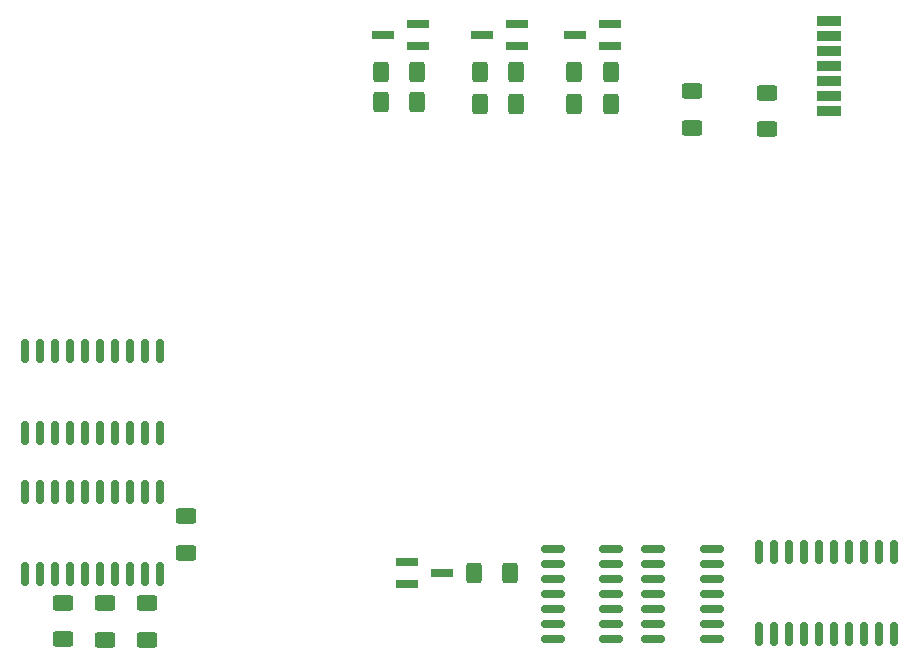
<source format=gbr>
%TF.GenerationSoftware,KiCad,Pcbnew,(6.0.5)*%
%TF.CreationDate,2023-01-02T12:33:01-06:00*%
%TF.ProjectId,ISA rev6,49534120-7265-4763-962e-6b696361645f,rev?*%
%TF.SameCoordinates,Original*%
%TF.FileFunction,Paste,Top*%
%TF.FilePolarity,Positive*%
%FSLAX46Y46*%
G04 Gerber Fmt 4.6, Leading zero omitted, Abs format (unit mm)*
G04 Created by KiCad (PCBNEW (6.0.5)) date 2023-01-02 12:33:01*
%MOMM*%
%LPD*%
G01*
G04 APERTURE LIST*
G04 Aperture macros list*
%AMRoundRect*
0 Rectangle with rounded corners*
0 $1 Rounding radius*
0 $2 $3 $4 $5 $6 $7 $8 $9 X,Y pos of 4 corners*
0 Add a 4 corners polygon primitive as box body*
4,1,4,$2,$3,$4,$5,$6,$7,$8,$9,$2,$3,0*
0 Add four circle primitives for the rounded corners*
1,1,$1+$1,$2,$3*
1,1,$1+$1,$4,$5*
1,1,$1+$1,$6,$7*
1,1,$1+$1,$8,$9*
0 Add four rect primitives between the rounded corners*
20,1,$1+$1,$2,$3,$4,$5,0*
20,1,$1+$1,$4,$5,$6,$7,0*
20,1,$1+$1,$6,$7,$8,$9,0*
20,1,$1+$1,$8,$9,$2,$3,0*%
G04 Aperture macros list end*
%ADD10RoundRect,0.150000X0.150000X-0.837500X0.150000X0.837500X-0.150000X0.837500X-0.150000X-0.837500X0*%
%ADD11R,1.900000X0.800000*%
%ADD12RoundRect,0.250000X-0.400000X-0.625000X0.400000X-0.625000X0.400000X0.625000X-0.400000X0.625000X0*%
%ADD13RoundRect,0.250000X-0.625000X0.400000X-0.625000X-0.400000X0.625000X-0.400000X0.625000X0.400000X0*%
%ADD14R,2.000000X0.900000*%
%ADD15RoundRect,0.250000X0.400000X0.625000X-0.400000X0.625000X-0.400000X-0.625000X0.400000X-0.625000X0*%
%ADD16RoundRect,0.150000X0.825000X0.150000X-0.825000X0.150000X-0.825000X-0.150000X0.825000X-0.150000X0*%
G04 APERTURE END LIST*
D10*
%TO.C,U4*%
X102992000Y-102395500D03*
X104262000Y-102395500D03*
X105532000Y-102395500D03*
X106802000Y-102395500D03*
X108072000Y-102395500D03*
X109342000Y-102395500D03*
X110612000Y-102395500D03*
X111882000Y-102395500D03*
X113152000Y-102395500D03*
X114422000Y-102395500D03*
X114422000Y-95470500D03*
X113152000Y-95470500D03*
X111882000Y-95470500D03*
X110612000Y-95470500D03*
X109342000Y-95470500D03*
X108072000Y-95470500D03*
X106802000Y-95470500D03*
X105532000Y-95470500D03*
X104262000Y-95470500D03*
X102992000Y-95470500D03*
%TD*%
D11*
%TO.C,D3*%
X136247000Y-69657000D03*
X136247000Y-67757000D03*
X133247000Y-68707000D03*
%TD*%
D12*
%TO.C,R13*%
X133070000Y-71882000D03*
X136170000Y-71882000D03*
%TD*%
D13*
%TO.C,R6*%
X113279000Y-116814000D03*
X113279000Y-119914000D03*
%TD*%
%TO.C,R5*%
X116581000Y-109448000D03*
X116581000Y-112548000D03*
%TD*%
%TO.C,R4*%
X165765978Y-73608000D03*
X165765978Y-76708000D03*
%TD*%
D11*
%TO.C,D6*%
X138279000Y-114300000D03*
X135279000Y-113350000D03*
X135279000Y-115250000D03*
%TD*%
D14*
%TO.C,J2*%
X171042000Y-67572000D03*
X171042000Y-68842000D03*
X171042000Y-70112000D03*
X171042000Y-71382000D03*
X171042000Y-72652000D03*
X171042000Y-73922000D03*
X171042000Y-75192000D03*
%TD*%
D10*
%TO.C,U3*%
X165100000Y-119413500D03*
X166370000Y-119413500D03*
X167640000Y-119413500D03*
X168910000Y-119413500D03*
X170180000Y-119413500D03*
X171450000Y-119413500D03*
X172720000Y-119413500D03*
X173990000Y-119413500D03*
X175260000Y-119413500D03*
X176530000Y-119413500D03*
X176530000Y-112488500D03*
X175260000Y-112488500D03*
X173990000Y-112488500D03*
X172720000Y-112488500D03*
X171450000Y-112488500D03*
X170180000Y-112488500D03*
X168910000Y-112488500D03*
X167640000Y-112488500D03*
X166370000Y-112488500D03*
X165100000Y-112488500D03*
%TD*%
D15*
%TO.C,R9*%
X136170000Y-74422000D03*
X133070000Y-74422000D03*
%TD*%
%TO.C,R1*%
X152553000Y-74549000D03*
X149453000Y-74549000D03*
%TD*%
D11*
%TO.C,D1*%
X152503000Y-69657000D03*
X152503000Y-67757000D03*
X149503000Y-68707000D03*
%TD*%
D16*
%TO.C,U1*%
X152589000Y-119888000D03*
X152589000Y-118618000D03*
X152589000Y-117348000D03*
X152589000Y-116078000D03*
X152589000Y-114808000D03*
X152589000Y-113538000D03*
X152589000Y-112268000D03*
X147639000Y-112268000D03*
X147639000Y-113538000D03*
X147639000Y-114808000D03*
X147639000Y-116078000D03*
X147639000Y-117348000D03*
X147639000Y-118618000D03*
X147639000Y-119888000D03*
%TD*%
D13*
%TO.C,R7*%
X109723000Y-116814000D03*
X109723000Y-119914000D03*
%TD*%
%TO.C,R8*%
X106167000Y-116788000D03*
X106167000Y-119888000D03*
%TD*%
D12*
%TO.C,R2*%
X149453000Y-71882000D03*
X152553000Y-71882000D03*
%TD*%
%TO.C,R11*%
X141452000Y-71882000D03*
X144552000Y-71882000D03*
%TD*%
D13*
%TO.C,R3*%
X159415978Y-73481000D03*
X159415978Y-76581000D03*
%TD*%
D12*
%TO.C,R12*%
X140944000Y-114300000D03*
X144044000Y-114300000D03*
%TD*%
D16*
%TO.C,U2*%
X161098000Y-119888000D03*
X161098000Y-118618000D03*
X161098000Y-117348000D03*
X161098000Y-116078000D03*
X161098000Y-114808000D03*
X161098000Y-113538000D03*
X161098000Y-112268000D03*
X156148000Y-112268000D03*
X156148000Y-113538000D03*
X156148000Y-114808000D03*
X156148000Y-116078000D03*
X156148000Y-117348000D03*
X156148000Y-118618000D03*
X156148000Y-119888000D03*
%TD*%
D11*
%TO.C,D5*%
X144629000Y-69657000D03*
X144629000Y-67757000D03*
X141629000Y-68707000D03*
%TD*%
D15*
%TO.C,R10*%
X144552000Y-74549000D03*
X141452000Y-74549000D03*
%TD*%
D10*
%TO.C,U5*%
X102992000Y-114333500D03*
X104262000Y-114333500D03*
X105532000Y-114333500D03*
X106802000Y-114333500D03*
X108072000Y-114333500D03*
X109342000Y-114333500D03*
X110612000Y-114333500D03*
X111882000Y-114333500D03*
X113152000Y-114333500D03*
X114422000Y-114333500D03*
X114422000Y-107408500D03*
X113152000Y-107408500D03*
X111882000Y-107408500D03*
X110612000Y-107408500D03*
X109342000Y-107408500D03*
X108072000Y-107408500D03*
X106802000Y-107408500D03*
X105532000Y-107408500D03*
X104262000Y-107408500D03*
X102992000Y-107408500D03*
%TD*%
M02*

</source>
